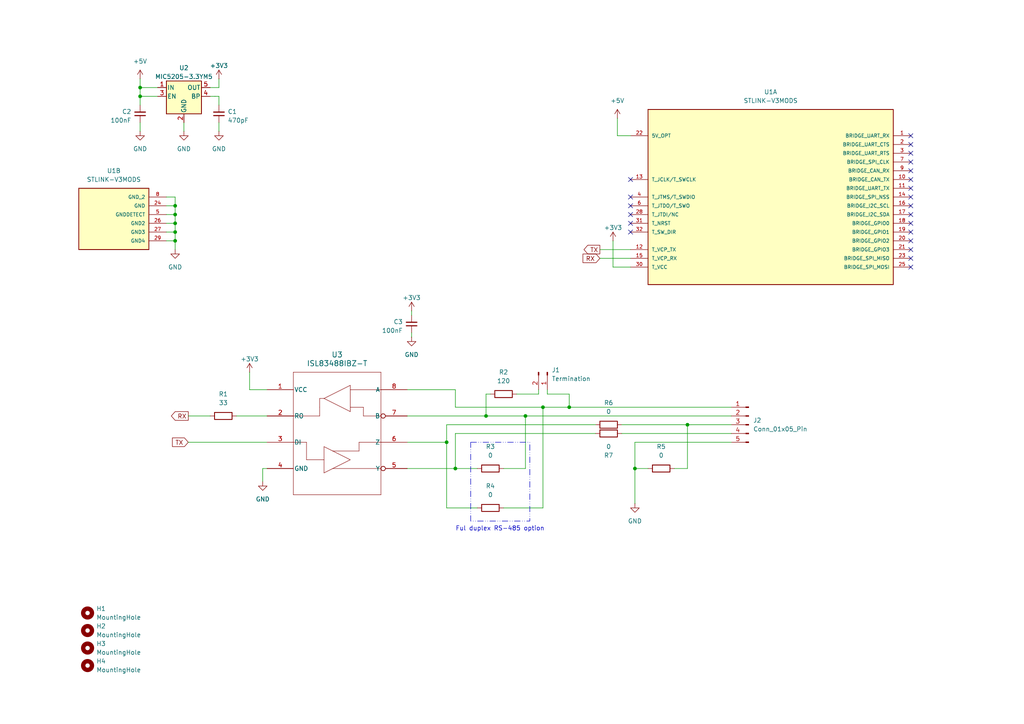
<source format=kicad_sch>
(kicad_sch (version 20231120) (generator "eeschema") (generator_version "8.0")
  (paper "A4")
  (lib_symbols
    (symbol "Connector:Conn_01x02_Pin" (pin_names (offset 1.016) hide)
      (property "Reference" "J" (at 0 2.54 0))
      (property "Value" "Conn_01x02_Pin" (at 0 -5.08 0))
      (symbol "Conn_01x02_Pin_1_1"
        (polyline (pts (xy 1.27 -2.54) (xy 0.8636 -2.54)) (stroke (width 0.1524)))
        (polyline (pts (xy 1.27 0) (xy 0.8636 0)) (stroke (width 0.1524)))
        (rectangle (start 0.8636 -2.413) (end 0 -2.667) (stroke (width 0.1524)) (fill (type outline)))
        (rectangle (start 0.8636 0.127) (end 0 -0.127) (stroke (width 0.1524)) (fill (type outline)))
        (pin passive line (at 5.08 0 180) (length 3.81) (name "Pin_1") (number "1"))
        (pin passive line (at 5.08 -2.54 180) (length 3.81) (name "Pin_2") (number "2"))
      )
    )
    (symbol "Connector:Conn_01x05_Pin" (pin_names (offset 1.016) hide)
      (property "Reference" "J" (at 0 7.62 0))
      (property "Value" "Conn_01x05_Pin" (at 0 -7.62 0))
      (symbol "Conn_01x05_Pin_1_1"
        (polyline (pts (xy 1.27 -5.08) (xy 0.8636 -5.08)) (stroke (width 0.1524)))
        (polyline (pts (xy 1.27 -2.54) (xy 0.8636 -2.54)) (stroke (width 0.1524)))
        (polyline (pts (xy 1.27 0) (xy 0.8636 0)) (stroke (width 0.1524)))
        (polyline (pts (xy 1.27 2.54) (xy 0.8636 2.54)) (stroke (width 0.1524)))
        (polyline (pts (xy 1.27 5.08) (xy 0.8636 5.08)) (stroke (width 0.1524)))
        (rectangle (start 0.8636 -4.953) (end 0 -5.207) (stroke (width 0.1524)) (fill (type outline)))
        (rectangle (start 0.8636 -2.413) (end 0 -2.667) (stroke (width 0.1524)) (fill (type outline)))
        (rectangle (start 0.8636 0.127) (end 0 -0.127) (stroke (width 0.1524)) (fill (type outline)))
        (rectangle (start 0.8636 2.667) (end 0 2.413) (stroke (width 0.1524)) (fill (type outline)))
        (rectangle (start 0.8636 5.207) (end 0 4.953) (stroke (width 0.1524)) (fill (type outline)))
        (pin passive line (at 5.08 5.08 180) (length 3.81) (name "Pin_1") (number "1"))
        (pin passive line (at 5.08 2.54 180) (length 3.81) (name "Pin_2") (number "2"))
        (pin passive line (at 5.08 0 180) (length 3.81) (name "Pin_3") (number "3"))
        (pin passive line (at 5.08 -2.54 180) (length 3.81) (name "Pin_4") (number "4"))
        (pin passive line (at 5.08 -5.08 180) (length 3.81) (name "Pin_5") (number "5"))
      )
    )
    (symbol "Device:C_Small" (pin_numbers hide) (pin_names (offset 0.254) hide)
      (property "Reference" "C" (at 0.254 1.778 0))
      (property "Value" "C_Small" (at 0.254 -2.032 0))
      (symbol "C_Small_0_1"
        (polyline (pts (xy -1.524 -0.508) (xy 1.524 -0.508)) (stroke (width 0.3302)))
        (polyline (pts (xy -1.524 0.508) (xy 1.524 0.508)) (stroke (width 0.3048)))
      )
      (symbol "C_Small_1_1"
        (pin passive line (at 0 2.54 270) (length 2.032) (name "~") (number "1"))
        (pin passive line (at 0 -2.54 90) (length 2.032) (name "~") (number "2"))
      )
    )
    (symbol "Device:R" (pin_numbers hide) (pin_names (offset 0))
      (property "Reference" "R" (at 2.032 0 90))
      (property "Value" "R" (at 0 0 90))
      (symbol "R_0_1"
        (rectangle (start -1.016 -2.54) (end 1.016 2.54) (stroke (width 0.254)))
      )
      (symbol "R_1_1"
        (pin passive line (at 0 3.81 270) (length 1.27) (name "~") (number "1"))
        (pin passive line (at 0 -3.81 90) (length 1.27) (name "~") (number "2"))
      )
    )
    (symbol "ISL83488IBZ:ISL83488IBZ-T" (pin_names (offset 0.254))
      (property "Reference" "U" (at 20.32 10.16 0))
      (property "Value" "ISL83488IBZ-T" (at 20.32 7.62 0))
      (symbol "ISL83488IBZ-T_0_1"
        (polyline (pts (xy 7.62 -30.48) (xy 33.02 -30.48)) (stroke (width 0.127)))
        (polyline (pts (xy 7.62 -7.62) (xy 15.24 -7.62)) (stroke (width 0.127)))
        (polyline (pts (xy 7.62 5.08) (xy 7.62 -30.48)) (stroke (width 0.127)))
        (polyline (pts (xy 11.43 -20.32) (xy 11.43 -15.24)) (stroke (width 0.127)))
        (polyline (pts (xy 11.43 -15.24) (xy 7.62 -15.24)) (stroke (width 0.127)))
        (polyline (pts (xy 15.24 -7.62) (xy 15.24 -5.08)) (stroke (width 0.127)))
        (polyline (pts (xy 15.24 -5.08) (xy 15.24 -2.54)) (stroke (width 0.127)))
        (polyline (pts (xy 15.24 -2.54) (xy 16.51 -2.54)) (stroke (width 0.127)))
        (polyline (pts (xy 16.51 -24.13) (xy 16.51 -16.51)) (stroke (width 0.127)))
        (polyline (pts (xy 16.51 -20.32) (xy 11.43 -20.32)) (stroke (width 0.127)))
        (polyline (pts (xy 16.51 -2.54) (xy 24.13 -6.35)) (stroke (width 0.127)))
        (polyline (pts (xy 16.51 -2.54) (xy 24.13 1.27)) (stroke (width 0.127)))
        (polyline (pts (xy 19.05 -22.86) (xy 33.02 -22.86)) (stroke (width 0.127)))
        (polyline (pts (xy 19.05 -17.78) (xy 26.67 -17.78)) (stroke (width 0.127)))
        (polyline (pts (xy 24.13 -20.32) (xy 16.51 -24.13)) (stroke (width 0.127)))
        (polyline (pts (xy 24.13 -20.32) (xy 16.51 -16.51)) (stroke (width 0.127)))
        (polyline (pts (xy 24.13 -6.35) (xy 24.13 1.27)) (stroke (width 0.127)))
        (polyline (pts (xy 24.13 -5.08) (xy 27.94 -5.08)) (stroke (width 0.127)))
        (polyline (pts (xy 24.13 0) (xy 38.1 0)) (stroke (width 0.127)))
        (polyline (pts (xy 26.67 -17.78) (xy 26.67 -15.24)) (stroke (width 0.127)))
        (polyline (pts (xy 26.67 -15.24) (xy 33.02 -15.24)) (stroke (width 0.127)))
        (polyline (pts (xy 27.94 -5.08) (xy 27.94 -7.62)) (stroke (width 0.127)))
        (polyline (pts (xy 33.02 -30.48) (xy 33.02 5.08)) (stroke (width 0.127)))
        (polyline (pts (xy 33.02 5.08) (xy 7.62 5.08)) (stroke (width 0.127)))
      )
      (symbol "ISL83488IBZ-T_1_1"
        (polyline (pts (xy 27.94 -7.62) (xy 33.02 -7.62)) (stroke (width 0.127)))
        (pin passive line (at 0 0 0) (length 7.62) (name "VCC") (number "1"))
        (pin output line (at 0 -7.62 0) (length 7.62) (name "RO") (number "2"))
        (pin input line (at 0 -15.24 0) (length 7.62) (name "DI") (number "3"))
        (pin passive line (at 0 -22.86 0) (length 7.62) (name "GND") (number "4"))
        (pin output inverted (at 40.64 -22.86 180) (length 7.62) (name "Y") (number "5"))
        (pin output line (at 40.64 -15.24 180) (length 7.62) (name "Z") (number "6"))
        (pin input inverted (at 40.64 -7.62 180) (length 7.62) (name "B") (number "7"))
        (pin input line (at 40.64 0 180) (length 7.62) (name "A") (number "8"))
      )
    )
    (symbol "Mechanical:MountingHole" (pin_names (offset 1.016)) (exclude_from_sim yes) (in_bom no)
      (property "Reference" "H" (at 0 5.08 0))
      (property "Value" "MountingHole" (at 0 3.175 0))
      (symbol "MountingHole_0_1"
        (circle (center 0 0) (radius 1.27) (stroke (width 1.27)))
      )
    )
    (symbol "Regulator_Linear:MIC5205-3.3YM5" (pin_names (offset 0.254))
      (property "Reference" "U" (at -3.81 5.715 0))
      (property "Value" "MIC5205-3.3YM5" (at 0 5.715 0))
      (symbol "MIC5205-3.3YM5_0_1"
        (rectangle (start -5.08 4.445) (end 5.08 -5.08) (stroke (width 0.254)) (fill (type background)))
      )
      (symbol "MIC5205-3.3YM5_1_1"
        (pin power_in line (at -7.62 2.54 0) (length 2.54) (name "IN") (number "1"))
        (pin power_in line (at 0 -7.62 90) (length 2.54) (name "GND") (number "2"))
        (pin input line (at -7.62 0 0) (length 2.54) (name "EN") (number "3"))
        (pin input line (at 7.62 0 180) (length 2.54) (name "BP") (number "4"))
        (pin power_out line (at 7.62 2.54 180) (length 2.54) (name "OUT") (number "5"))
      )
    )
    (symbol "STLINK-V3MODS:STLINK-V3MODS" (pin_names (offset 1.016))
      (property "Reference" "U" (at -35.56 26.162 0))
      (property "Value" "STLINK-V3MODS" (at -35.56 -27.94 0))
      (symbol "STLINK-V3MODS_1_0"
        (rectangle (start -35.56 -25.4) (end 35.56 25.4) (stroke (width 0.254)) (fill (type background)))
        (pin input line (at 40.64 17.78 180) (length 5.08) (name "BRIDGE_UART_RX") (number "1"))
        (pin output line (at 40.64 5.08 180) (length 5.08) (name "BRIDGE_CAN_TX") (number "10"))
        (pin output line (at 40.64 2.54 180) (length 5.08) (name "BRIDGE_UART_TX") (number "11"))
        (pin output line (at -40.64 -15.24 0) (length 5.08) (name "T_VCP_TX") (number "12"))
        (pin output line (at -40.64 5.08 0) (length 5.08) (name "T_JCLK/T_SWCLK") (number "13"))
        (pin passive line (at 40.64 0 180) (length 5.08) (name "BRIDGE_SPI_NSS") (number "14"))
        (pin input line (at -40.64 -17.78 0) (length 5.08) (name "T_VCP_RX") (number "15"))
        (pin bidirectional line (at 40.64 -2.54 180) (length 5.08) (name "BRIDGE_I2C_SCL") (number "16"))
        (pin bidirectional line (at 40.64 -5.08 180) (length 5.08) (name "BRIDGE_I2C_SDA") (number "17"))
        (pin bidirectional line (at 40.64 -7.62 180) (length 5.08) (name "BRIDGE_GPIO0") (number "18"))
        (pin bidirectional line (at 40.64 -10.16 180) (length 5.08) (name "BRIDGE_GPIO1") (number "19"))
        (pin input line (at 40.64 15.24 180) (length 5.08) (name "BRIDGE_UART_CTS") (number "2"))
        (pin bidirectional line (at 40.64 -12.7 180) (length 5.08) (name "BRIDGE_GPIO2") (number "20"))
        (pin bidirectional line (at 40.64 -15.24 180) (length 5.08) (name "BRIDGE_GPIO3") (number "21"))
        (pin power_out line (at -40.64 17.78 0) (length 5.08) (name "5V_OPT") (number "22"))
        (pin bidirectional line (at 40.64 -17.78 180) (length 5.08) (name "BRIDGE_SPI_MISO") (number "23"))
        (pin bidirectional line (at 40.64 -20.32 180) (length 5.08) (name "BRIDGE_SPI_MOSI") (number "25"))
        (pin input line (at -40.64 -5.08 0) (length 5.08) (name "T_JTDI/NC") (number "28"))
        (pin output line (at 40.64 12.7 180) (length 5.08) (name "BRIDGE_UART_RTS") (number "3"))
        (pin input line (at -40.64 -20.32 0) (length 5.08) (name "T_VCC") (number "30"))
        (pin output line (at -40.64 -7.62 0) (length 5.08) (name "T_NRST") (number "31"))
        (pin output line (at -40.64 -10.16 0) (length 5.08) (name "T_SW_DIR") (number "32"))
        (pin bidirectional line (at -40.64 0 0) (length 5.08) (name "T_JTMS/T_SWDIO") (number "4"))
        (pin output line (at -40.64 -2.54 0) (length 5.08) (name "T_JTDO/T_SWO") (number "6"))
        (pin bidirectional line (at 40.64 10.16 180) (length 5.08) (name "BRIDGE_SPI_CLK") (number "7"))
        (pin input line (at 40.64 7.62 180) (length 5.08) (name "BRIDGE_CAN_RX") (number "9"))
      )
      (symbol "STLINK-V3MODS_2_0"
        (rectangle (start -10.16 -10.16) (end 10.16 7.62) (stroke (width 0.254)) (fill (type background)))
        (pin passive line (at 15.24 2.54 180) (length 5.08) (name "GND") (number "24"))
        (pin passive line (at 15.24 -2.54 180) (length 5.08) (name "GND2") (number "26"))
        (pin passive line (at 15.24 -5.08 180) (length 5.08) (name "GND3") (number "27"))
        (pin passive line (at 15.24 -7.62 180) (length 5.08) (name "GND4") (number "29"))
        (pin passive line (at 15.24 0 180) (length 5.08) (name "GNDDETECT") (number "5"))
        (pin passive line (at 15.24 5.08 180) (length 5.08) (name "GND_2") (number "8"))
      )
    )
    (symbol "power:+3V3" (power) (pin_numbers hide) (pin_names (offset 0) hide)
      (property "Value" "+3V3" (at 0 3.556 0))
      (symbol "+3V3_0_1"
        (polyline (pts (xy -0.762 1.27) (xy 0 2.54)))
        (polyline (pts (xy 0 0) (xy 0 2.54)))
        (polyline (pts (xy 0 2.54) (xy 0.762 1.27)))
      )
      (symbol "+3V3_1_1"
        (pin power_in line (at 0 0 90) (length 0) (name "~") (number "1"))
      )
    )
    (symbol "power:+5V" (power) (pin_numbers hide) (pin_names (offset 0) hide)
      (property "Value" "+5V" (at 0 3.556 0))
      (symbol "+5V_0_1"
        (polyline (pts (xy -0.762 1.27) (xy 0 2.54)))
        (polyline (pts (xy 0 0) (xy 0 2.54)))
        (polyline (pts (xy 0 2.54) (xy 0.762 1.27)))
      )
      (symbol "+5V_1_1"
        (pin power_in line (at 0 0 90) (length 0) (name "~") (number "1"))
      )
    )
    (symbol "power:GND" (power) (pin_numbers hide) (pin_names (offset 0) hide)
      (property "Value" "GND" (at 0 -3.81 0))
      (symbol "GND_0_1"
        (polyline (pts (xy 0 0) (xy 0 -1.27) (xy 1.27 -1.27) (xy 0 -2.54) (xy -1.27 -1.27) (xy 0 -1.27)))
      )
      (symbol "GND_1_1"
        (pin power_in line (at 0 0 270) (length 0) (name "~") (number "1"))
      )
    )
  )
  (junction (at 132.08 135.89))
  (junction (at 140.97 120.65))
  (junction (at 129.54 128.27))
  (junction (at 165.1 118.11))
  (junction (at 50.8 67.31))
  (junction (at 50.8 69.85))
  (junction (at 157.48 118.11))
  (junction (at 50.8 64.77))
  (junction (at 50.8 62.23))
  (junction (at 199.39 123.19))
  (junction (at 40.64 25.4))
  (junction (at 40.64 27.94))
  (junction (at 184.15 135.89))
  (junction (at 50.8 59.69))
  (junction (at 152.4 120.65))
  (no_connect (at 182.88 67.31))
  (no_connect (at 264.16 39.37))
  (no_connect (at 264.16 67.31))
  (no_connect (at 264.16 52.07))
  (no_connect (at 182.88 64.77))
  (no_connect (at 264.16 57.15))
  (no_connect (at 264.16 72.39))
  (no_connect (at 264.16 41.91))
  (no_connect (at 264.16 62.23))
  (no_connect (at 182.88 57.15))
  (no_connect (at 182.88 59.69))
  (no_connect (at 182.88 62.23))
  (no_connect (at 264.16 64.77))
  (no_connect (at 264.16 54.61))
  (no_connect (at 264.16 49.53))
  (no_connect (at 264.16 69.85))
  (no_connect (at 264.16 77.47))
  (no_connect (at 264.16 46.99))
  (no_connect (at 182.88 52.07))
  (no_connect (at 264.16 44.45))
  (no_connect (at 264.16 74.93))
  (no_connect (at 264.16 59.69))
  (wire (pts (xy 40.64 25.4) (xy 40.64 22.86)))
  (wire (pts (xy 40.64 35.56) (xy 40.64 38.1)))
  (wire (pts (xy 173.99 72.39) (xy 182.88 72.39)))
  (wire (pts (xy 48.26 57.15) (xy 50.8 57.15)))
  (wire (pts (xy 129.54 123.19) (xy 129.54 128.27)))
  (wire (pts (xy 77.47 135.89) (xy 76.2 135.89)))
  (wire (pts (xy 45.72 27.94) (xy 40.64 27.94)))
  (wire (pts (xy 182.88 39.37) (xy 179.07 39.37)))
  (wire (pts (xy 149.86 114.3) (xy 156.21 114.3)))
  (wire (pts (xy 48.26 69.85) (xy 50.8 69.85)))
  (wire (pts (xy 40.64 25.4) (xy 45.72 25.4)))
  (wire (pts (xy 179.07 39.37) (xy 179.07 34.29)))
  (wire (pts (xy 140.97 114.3) (xy 140.97 120.65)))
  (wire (pts (xy 53.34 35.56) (xy 53.34 38.1)))
  (wire (pts (xy 119.38 96.52) (xy 119.38 97.79)))
  (wire (pts (xy 77.47 113.03) (xy 72.39 113.03)))
  (wire (pts (xy 184.15 128.27) (xy 184.15 135.89)))
  (wire (pts (xy 132.08 135.89) (xy 118.11 135.89)))
  (wire (pts (xy 50.8 64.77) (xy 50.8 67.31)))
  (wire (pts (xy 129.54 123.19) (xy 172.72 123.19)))
  (wire (pts (xy 157.48 118.11) (xy 165.1 118.11)))
  (wire (pts (xy 199.39 123.19) (xy 199.39 135.89)))
  (wire (pts (xy 60.96 25.4) (xy 63.5 25.4)))
  (wire (pts (xy 118.11 113.03) (xy 132.08 113.03)))
  (wire (pts (xy 119.38 90.17) (xy 119.38 91.44)))
  (wire (pts (xy 50.8 67.31) (xy 50.8 69.85)))
  (wire (pts (xy 50.8 69.85) (xy 50.8 72.39)))
  (wire (pts (xy 132.08 118.11) (xy 157.48 118.11)))
  (wire (pts (xy 158.75 113.03) (xy 158.75 114.3)))
  (wire (pts (xy 50.8 57.15) (xy 50.8 59.69)))
  (wire (pts (xy 63.5 25.4) (xy 63.5 22.86)))
  (wire (pts (xy 157.48 147.32) (xy 157.48 118.11)))
  (wire (pts (xy 165.1 118.11) (xy 212.09 118.11)))
  (wire (pts (xy 138.43 147.32) (xy 129.54 147.32)))
  (wire (pts (xy 182.88 77.47) (xy 177.8 77.47)))
  (wire (pts (xy 146.05 135.89) (xy 152.4 135.89)))
  (wire (pts (xy 152.4 135.89) (xy 152.4 120.65)))
  (wire (pts (xy 158.75 114.3) (xy 165.1 114.3)))
  (wire (pts (xy 60.96 27.94) (xy 63.5 27.94)))
  (wire (pts (xy 63.5 27.94) (xy 63.5 30.48)))
  (wire (pts (xy 48.26 67.31) (xy 50.8 67.31)))
  (wire (pts (xy 212.09 128.27) (xy 184.15 128.27)))
  (wire (pts (xy 132.08 125.73) (xy 132.08 135.89)))
  (wire (pts (xy 72.39 113.03) (xy 72.39 107.95)))
  (wire (pts (xy 48.26 59.69) (xy 50.8 59.69)))
  (wire (pts (xy 54.61 120.65) (xy 60.96 120.65)))
  (wire (pts (xy 48.26 62.23) (xy 50.8 62.23)))
  (wire (pts (xy 146.05 147.32) (xy 157.48 147.32)))
  (wire (pts (xy 177.8 77.47) (xy 177.8 69.85)))
  (wire (pts (xy 142.24 114.3) (xy 140.97 114.3)))
  (wire (pts (xy 68.58 120.65) (xy 77.47 120.65)))
  (wire (pts (xy 50.8 59.69) (xy 50.8 62.23)))
  (wire (pts (xy 118.11 120.65) (xy 140.97 120.65)))
  (wire (pts (xy 129.54 128.27) (xy 118.11 128.27)))
  (wire (pts (xy 184.15 135.89) (xy 184.15 146.05)))
  (wire (pts (xy 50.8 62.23) (xy 50.8 64.77)))
  (wire (pts (xy 76.2 135.89) (xy 76.2 139.7)))
  (wire (pts (xy 40.64 25.4) (xy 40.64 27.94)))
  (wire (pts (xy 212.09 125.73) (xy 180.34 125.73)))
  (wire (pts (xy 165.1 114.3) (xy 165.1 118.11)))
  (wire (pts (xy 172.72 125.73) (xy 132.08 125.73)))
  (wire (pts (xy 132.08 113.03) (xy 132.08 118.11)))
  (wire (pts (xy 152.4 120.65) (xy 212.09 120.65)))
  (wire (pts (xy 156.21 113.03) (xy 156.21 114.3)))
  (wire (pts (xy 40.64 27.94) (xy 40.64 30.48)))
  (wire (pts (xy 173.99 74.93) (xy 182.88 74.93)))
  (wire (pts (xy 54.61 128.27) (xy 77.47 128.27)))
  (wire (pts (xy 199.39 135.89) (xy 195.58 135.89)))
  (wire (pts (xy 212.09 123.19) (xy 199.39 123.19)))
  (wire (pts (xy 129.54 147.32) (xy 129.54 128.27)))
  (wire (pts (xy 132.08 135.89) (xy 138.43 135.89)))
  (wire (pts (xy 63.5 35.56) (xy 63.5 38.1)))
  (wire (pts (xy 140.97 120.65) (xy 152.4 120.65)))
  (wire (pts (xy 187.96 135.89) (xy 184.15 135.89)))
  (wire (pts (xy 180.34 123.19) (xy 199.39 123.19)))
  (wire (pts (xy 48.26 64.77) (xy 50.8 64.77)))
  (rectangle (start 136.525 128.27) (end 153.67 151.13) (stroke (width 0) (type dash_dot_dot)))
  (text "Ful duplex RS-485 option" (at 145.034 153.416 0) (effects (font (size 1.27 1.27))))
  (label "MIC5205_BYPASS" (at 62.23 27.94 0) (effects (font (size 0.0127 0.0127))))
  (global_label "RX" (shape output) (at 54.61 120.65 180) (property "Intersheetrefs" "${INTERSHEET_REFS}" (effects (hide yes))))
  (global_label "TX" (shape output) (at 173.99 72.39 180) (property "Intersheetrefs" "${INTERSHEET_REFS}" (effects (hide yes))))
  (global_label "TX" (shape input) (at 54.61 128.27 180) (property "Intersheetrefs" "${INTERSHEET_REFS}" (effects (hide yes))))
  (global_label "RX" (shape input) (at 173.99 74.93 180) (property "Intersheetrefs" "${INTERSHEET_REFS}" (effects (hide yes))))
  (symbol (lib_id "power:+5V") (at 179.07 34.29 0) (unit 1)
    (property "Reference" "#PWR06" (effects (hide yes)))
    (property "Value" "+5V" (at 179.07 29.21 0))
    (property "Description" "Power symbol creates a global label with name \"+5V\"" (effects (hide yes)))
  )
  (symbol (lib_id "STLINK-V3MODS:STLINK-V3MODS") (at 223.52 57.15 0) (unit 1)
    (property "Reference" "U1" (at 223.52 26.67 0))
    (property "Value" "STLINK-V3MODS" (at 223.52 29.21 0))
    (property "Footprint" "MODULE_STLINK-V3MODS" (effects (hide yes)))
    (property "PARTREV" "1" (effects (hide yes)))
    (property "MANUFACTURER" "ST Microelectronics" (effects (hide yes)))
    (property "STANDARD" "Manufacturer Recommendations" (effects (hide yes)))
  )
  (symbol (lib_id "Connector:Conn_01x02_Pin") (at 158.75 107.95 270) (unit 1)
    (property "Reference" "J1" (at 160.02 107.3149 90) (effects (justify left)))
    (property "Value" "Termination" (at 160.02 109.8549 90) (effects (justify left)))
    (property "Footprint" "Connector_PinHeader_2.54mm:PinHeader_1x02_P2.54mm_Vertical" (effects (hide yes)))
    (property "Description" "Generic connector, single row, 01x02, script generated" (effects (hide yes)))
  )
  (symbol (lib_id "power:+3V3") (at 177.8 69.85 0) (unit 1)
    (property "Reference" "#PWR013" (effects (hide yes)))
    (property "Value" "+3V3" (at 177.8 66.04 0))
    (property "Description" "Power symbol creates a global label with name \"+3V3\"" (effects (hide yes)))
  )
  (symbol (lib_id "Device:R") (at 191.77 135.89 90) (unit 1)
    (property "Reference" "R5" (at 191.77 129.54 90))
    (property "Value" "0" (at 191.77 132.08 90))
    (property "Footprint" "Resistor_SMD:R_0603_1608Metric" (effects (hide yes)))
    (property "Description" "Resistor" (effects (hide yes)))
  )
  (symbol (lib_id "power:GND") (at 50.8 72.39 0) (unit 1)
    (property "Reference" "#PWR01" (effects (hide yes)))
    (property "Value" "GND" (at 50.8 77.47 0))
    (property "Description" "Power symbol creates a global label with name \"GND\" , ground" (effects (hide yes)))
  )
  (symbol (lib_id "power:GND") (at 119.38 97.79 0) (unit 1)
    (property "Reference" "#PWR012" (effects (hide yes)))
    (property "Value" "GND" (at 119.38 102.87 0))
    (property "Description" "Power symbol creates a global label with name \"GND\" , ground" (effects (hide yes)))
  )
  (symbol (lib_id "power:+5V") (at 40.64 22.86 0) (unit 1)
    (property "Reference" "#PWR07" (effects (hide yes)))
    (property "Value" "+5V" (at 40.64 17.78 0))
    (property "Description" "Power symbol creates a global label with name \"+5V\"" (effects (hide yes)))
  )
  (symbol (lib_id "ISL83488IBZ:ISL83488IBZ-T") (at 77.47 113.03 0) (unit 1)
    (property "Reference" "U3" (at 97.79 102.87 0) (effects (font (size 1.524 1.524))))
    (property "Value" "ISL83488IBZ-T" (at 97.79 105.41 0) (effects (font (size 1.524 1.524))))
    (property "Footprint" "SOIC_488IBZ-T_REN" (effects (hide yes)))
    (property "Datasheet" "https://www.tme.eu/Document/f68a310ee98d6cdc0b933a704eb4365e/ISL83483IBZ.pdf" (effects (hide yes)))
  )
  (symbol (lib_id "Device:R") (at 176.53 123.19 90) (unit 1)
    (property "Reference" "R6" (at 176.53 116.84 90))
    (property "Value" "0" (at 176.53 119.38 90))
    (property "Footprint" "Resistor_SMD:R_0603_1608Metric" (effects (hide yes)))
    (property "Description" "Resistor" (effects (hide yes)))
  )
  (symbol (lib_id "Connector:Conn_01x05_Pin") (at 217.17 123.19 0) (mirror y) (unit 1)
    (property "Reference" "J2" (at 218.44 121.9199 0) (effects (justify right)))
    (property "Value" "Conn_01x05_Pin" (at 218.44 124.4599 0) (effects (justify right)))
    (property "Footprint" "Connector_Phoenix_MC:PhoenixContact_MC_1,5_5-G-3.81_1x05_P3.81mm_Horizontal" (effects (hide yes)))
    (property "Description" "Generic connector, single row, 01x05, script generated" (effects (hide yes)))
  )
  (symbol (lib_id "power:GND") (at 53.34 38.1 0) (mirror y) (unit 1)
    (property "Reference" "#PWR03" (effects (hide yes)))
    (property "Value" "GND" (at 53.34 43.18 0))
    (property "Description" "Power symbol creates a global label with name \"GND\" , ground" (effects (hide yes)))
  )
  (symbol (lib_id "Device:R") (at 146.05 114.3 90) (unit 1)
    (property "Reference" "R2" (at 146.05 107.95 90))
    (property "Value" "120" (at 146.05 110.49 90))
    (property "Footprint" "Resistor_SMD:R_1206_3216Metric" (effects (hide yes)))
    (property "Description" "Resistor" (effects (hide yes)))
  )
  (symbol (lib_id "Device:R") (at 142.24 135.89 90) (unit 1)
    (property "Reference" "R3" (at 142.24 129.54 90))
    (property "Value" "0" (at 142.24 132.08 90))
    (property "Footprint" "Resistor_SMD:R_0603_1608Metric" (effects (hide yes)))
    (property "Description" "Resistor" (effects (hide yes)))
  )
  (symbol (lib_id "power:GND") (at 76.2 139.7 0) (unit 1)
    (property "Reference" "#PWR08" (effects (hide yes)))
    (property "Value" "GND" (at 76.2 144.78 0))
    (property "Description" "Power symbol creates a global label with name \"GND\" , ground" (effects (hide yes)))
  )
  (symbol (lib_id "Device:R") (at 64.77 120.65 90) (unit 1)
    (property "Reference" "R1" (at 64.77 114.3 90))
    (property "Value" "33" (at 64.77 116.84 90))
    (property "Footprint" "Resistor_SMD:R_0603_1608Metric" (effects (hide yes)))
    (property "Description" "Resistor" (effects (hide yes)))
  )
  (symbol (lib_id "power:+3V3") (at 119.38 90.17 0) (unit 1)
    (property "Reference" "#PWR011" (effects (hide yes)))
    (property "Value" "+3V3" (at 119.38 86.36 0))
    (property "Description" "Power symbol creates a global label with name \"+3V3\"" (effects (hide yes)))
  )
  (symbol (lib_id "power:GND") (at 63.5 38.1 0) (mirror y) (unit 1)
    (property "Reference" "#PWR05" (effects (hide yes)))
    (property "Value" "GND" (at 63.5 43.18 0))
    (property "Description" "Power symbol creates a global label with name \"GND\" , ground" (effects (hide yes)))
  )
  (symbol (lib_id "STLINK-V3MODS:STLINK-V3MODS") (at 33.02 62.23 0) (unit 2)
    (property "Reference" "U1" (at 33.02 49.53 0))
    (property "Value" "STLINK-V3MODS" (at 33.02 52.07 0))
    (property "Footprint" "MODULE_STLINK-V3MODS" (effects (hide yes)))
    (property "PARTREV" "1" (effects (hide yes)))
    (property "MANUFACTURER" "ST Microelectronics" (effects (hide yes)))
    (property "STANDARD" "Manufacturer Recommendations" (effects (hide yes)))
  )
  (symbol (lib_id "Device:C_Small") (at 40.64 33.02 0) (mirror x) (unit 1)
    (property "Reference" "C2" (at 38.1 32.3786 0) (effects (justify right)))
    (property "Value" "100nF" (at 38.1 34.9186 0) (effects (justify right)))
    (property "Footprint" "Capacitor_SMD:C_0603_1608Metric" (effects (hide yes)))
    (property "Description" "Unpolarized capacitor, small symbol" (effects (hide yes)))
  )
  (symbol (lib_id "Device:R") (at 142.24 147.32 90) (unit 1)
    (property "Reference" "R4" (at 142.24 140.97 90))
    (property "Value" "0" (at 142.24 143.51 90))
    (property "Footprint" "Resistor_SMD:R_0603_1608Metric" (effects (hide yes)))
    (property "Description" "Resistor" (effects (hide yes)))
  )
  (symbol (lib_id "power:+3V3") (at 72.39 107.95 0) (unit 1)
    (property "Reference" "#PWR09" (effects (hide yes)))
    (property "Value" "+3V3" (at 72.39 104.14 0))
    (property "Description" "Power symbol creates a global label with name \"+3V3\"" (effects (hide yes)))
  )
  (symbol (lib_id "Device:R") (at 176.53 125.73 90) (mirror x) (unit 1)
    (property "Reference" "R7" (at 176.53 132.08 90))
    (property "Value" "0" (at 176.53 129.54 90))
    (property "Footprint" "Resistor_SMD:R_0603_1608Metric" (effects (hide yes)))
    (property "Description" "Resistor" (effects (hide yes)))
  )
  (symbol (lib_id "power:+3V3") (at 63.5 22.86 0) (unit 1)
    (property "Reference" "#PWR04" (effects (hide yes)))
    (property "Value" "+3V3" (at 63.5 19.05 0))
    (property "Description" "Power symbol creates a global label with name \"+3V3\"" (effects (hide yes)))
  )
  (symbol (lib_id "Mechanical:MountingHole") (at 25.4 193.04 0) (unit 1) (exclude_from_sim yes) (in_bom no)
    (property "Reference" "H4" (at 27.94 191.7699 0) (effects (justify left)))
    (property "Value" "MountingHole" (at 27.94 194.3099 0) (effects (justify left)))
    (property "Footprint" "MountingHole:MountingHole_3.2mm_M3" (effects (hide yes)))
    (property "Description" "Mounting Hole without connection" (effects (hide yes)))
  )
  (symbol (lib_id "power:GND") (at 184.15 146.05 0) (unit 1)
    (property "Reference" "#PWR010" (effects (hide yes)))
    (property "Value" "GND" (at 184.15 151.13 0))
    (property "Description" "Power symbol creates a global label with name \"GND\" , ground" (effects (hide yes)))
  )
  (symbol (lib_id "Mechanical:MountingHole") (at 25.4 182.88 0) (unit 1) (exclude_from_sim yes) (in_bom no)
    (property "Reference" "H2" (at 27.94 181.6099 0) (effects (justify left)))
    (property "Value" "MountingHole" (at 27.94 184.1499 0) (effects (justify left)))
    (property "Footprint" "MountingHole:MountingHole_3.2mm_M3" (effects (hide yes)))
    (property "Description" "Mounting Hole without connection" (effects (hide yes)))
  )
  (symbol (lib_id "Device:C_Small") (at 63.5 33.02 180) (unit 1)
    (property "Reference" "C1" (at 66.04 32.3786 0) (effects (justify right)))
    (property "Value" "470pF" (at 66.04 34.9186 0) (effects (justify right)))
    (property "Footprint" "Capacitor_SMD:C_0603_1608Metric" (effects (hide yes)))
    (property "Description" "Unpolarized capacitor, small symbol" (effects (hide yes)))
  )
  (symbol (lib_id "Mechanical:MountingHole") (at 25.4 177.8 0) (unit 1) (exclude_from_sim yes) (in_bom no)
    (property "Reference" "H1" (at 27.94 176.5299 0) (effects (justify left)))
    (property "Value" "MountingHole" (at 27.94 179.0699 0) (effects (justify left)))
    (property "Footprint" "MountingHole:MountingHole_3.2mm_M3" (effects (hide yes)))
    (property "Description" "Mounting Hole without connection" (effects (hide yes)))
  )
  (symbol (lib_id "Device:C_Small") (at 119.38 93.98 0) (mirror x) (unit 1)
    (property "Reference" "C3" (at 116.84 93.3386 0) (effects (justify right)))
    (property "Value" "100nF" (at 116.84 95.8786 0) (effects (justify right)))
    (property "Footprint" "Capacitor_SMD:C_0603_1608Metric" (effects (hide yes)))
    (property "Description" "Unpolarized capacitor, small symbol" (effects (hide yes)))
  )
  (symbol (lib_id "Regulator_Linear:MIC5205-3.3YM5") (at 53.34 27.94 0) (unit 1)
    (property "Reference" "U2" (at 53.34 19.685 0))
    (property "Value" "MIC5205-3.3YM5" (at 53.34 22.225 0))
    (property "Footprint" "Package_TO_SOT_SMD:SOT-23-5" (effects (hide yes)))
    (property "Datasheet" "http://ww1.microchip.com/downloads/en/DeviceDoc/20005785A.pdf" (effects (hide yes)))
    (property "Description" "150mA low dropout linear regulator, fixed 3.3V output, SOT-23-5" (effects (hide yes)))
  )
  (symbol (lib_id "power:GND") (at 40.64 38.1 0) (mirror y) (unit 1)
    (property "Reference" "#PWR02" (effects (hide yes)))
    (property "Value" "GND" (at 40.64 43.18 0))
    (property "Description" "Power symbol creates a global label with name \"GND\" , ground" (effects (hide yes)))
  )
  (symbol (lib_id "Mechanical:MountingHole") (at 25.4 187.96 0) (unit 1) (exclude_from_sim yes) (in_bom no)
    (property "Reference" "H3" (at 27.94 186.6899 0) (effects (justify left)))
    (property "Value" "MountingHole" (at 27.94 189.2299 0) (effects (justify left)))
    (property "Footprint" "MountingHole:MountingHole_3.2mm_M3" (effects (hide yes)))
    (property "Description" "Mounting Hole without connection" (effects (hide yes)))
  )
)
</source>
